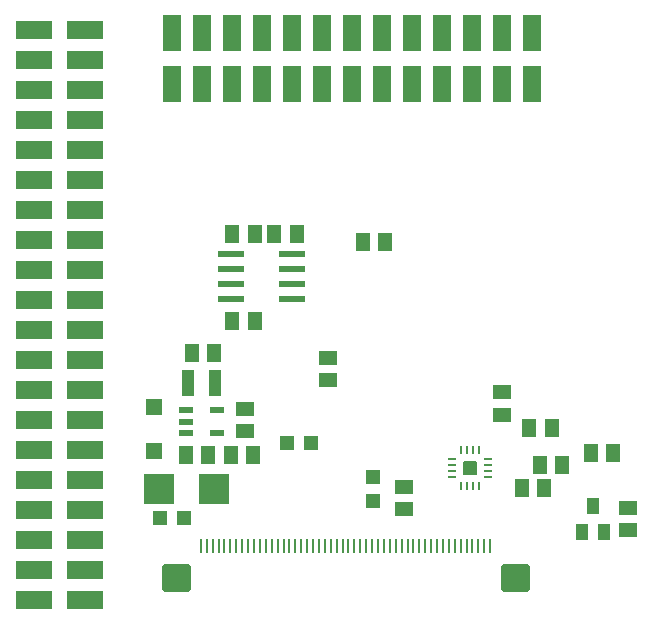
<source format=gbr>
G04 EAGLE Gerber RS-274X export*
G75*
%MOMM*%
%FSLAX34Y34*%
%LPD*%
%INSolderpaste Top*%
%IPPOS*%
%AMOC8*
5,1,8,0,0,1.08239X$1,22.5*%
G01*
%ADD10R,1.500000X1.300000*%
%ADD11R,1.300000X1.500000*%
%ADD12R,1.000000X1.400000*%
%ADD13R,0.800000X0.280000*%
%ADD14R,0.280000X0.800000*%
%ADD15R,1.524000X3.048000*%
%ADD16R,1.200000X0.550000*%
%ADD17R,1.016000X2.200000*%
%ADD18R,1.400000X1.400000*%
%ADD19R,2.540000X2.540000*%
%ADD20R,1.200000X1.300000*%
%ADD21R,0.275000X1.200000*%
%ADD22C,0.600000*%
%ADD23R,1.300000X1.200000*%
%ADD24R,3.048000X1.524000*%
%ADD25R,2.200000X0.600000*%

G36*
X395035Y393077D02*
X395035Y393077D01*
X395101Y393079D01*
X395144Y393097D01*
X395191Y393105D01*
X395248Y393139D01*
X395308Y393164D01*
X395343Y393195D01*
X395384Y393220D01*
X395426Y393271D01*
X395474Y393315D01*
X395496Y393357D01*
X395525Y393394D01*
X395546Y393456D01*
X395577Y393515D01*
X395585Y393569D01*
X395597Y393606D01*
X395596Y393646D01*
X395604Y393700D01*
X395604Y403860D01*
X395593Y403925D01*
X395591Y403991D01*
X395573Y404034D01*
X395565Y404081D01*
X395531Y404138D01*
X395506Y404198D01*
X395475Y404233D01*
X395450Y404274D01*
X395399Y404316D01*
X395355Y404364D01*
X395313Y404386D01*
X395276Y404415D01*
X395214Y404436D01*
X395155Y404467D01*
X395101Y404475D01*
X395064Y404487D01*
X395024Y404486D01*
X394970Y404494D01*
X384810Y404494D01*
X384745Y404483D01*
X384679Y404481D01*
X384636Y404463D01*
X384589Y404455D01*
X384532Y404421D01*
X384472Y404396D01*
X384437Y404365D01*
X384396Y404340D01*
X384355Y404289D01*
X384306Y404245D01*
X384284Y404203D01*
X384255Y404166D01*
X384234Y404104D01*
X384203Y404045D01*
X384195Y403991D01*
X384183Y403954D01*
X384183Y403943D01*
X384183Y403942D01*
X384184Y403912D01*
X384176Y403860D01*
X384176Y393700D01*
X384187Y393635D01*
X384189Y393569D01*
X384207Y393526D01*
X384215Y393479D01*
X384249Y393422D01*
X384274Y393362D01*
X384305Y393327D01*
X384330Y393286D01*
X384381Y393245D01*
X384425Y393196D01*
X384467Y393174D01*
X384504Y393145D01*
X384566Y393124D01*
X384625Y393093D01*
X384679Y393085D01*
X384716Y393073D01*
X384756Y393074D01*
X384810Y393066D01*
X394970Y393066D01*
X395035Y393077D01*
G37*
D10*
X416560Y443890D03*
X416560Y462890D03*
D11*
X492150Y411480D03*
X511150Y411480D03*
D12*
X494030Y366600D03*
X503530Y344600D03*
X484530Y344600D03*
D10*
X523240Y346100D03*
X523240Y365100D03*
D13*
X404890Y391280D03*
X404890Y396280D03*
X404890Y401280D03*
X404890Y406280D03*
D14*
X397390Y413780D03*
X392390Y413780D03*
X387390Y413780D03*
X382390Y413780D03*
D13*
X374890Y406280D03*
X374890Y401280D03*
X374890Y396280D03*
X374890Y391280D03*
D14*
X382390Y383780D03*
X387390Y383780D03*
X392390Y383780D03*
X397390Y383780D03*
D11*
X440080Y433070D03*
X459080Y433070D03*
D15*
X137160Y767080D03*
X137160Y723900D03*
X162560Y767080D03*
X162560Y723900D03*
X187960Y723900D03*
X187960Y767080D03*
X213360Y723900D03*
X213360Y767080D03*
X238760Y723900D03*
X238760Y767080D03*
X264160Y723900D03*
X264160Y767080D03*
X289560Y723900D03*
X289560Y767080D03*
X314960Y723900D03*
X314960Y767080D03*
X340360Y723900D03*
X340360Y767080D03*
X365760Y723900D03*
X365760Y767080D03*
X391160Y723900D03*
X391160Y767080D03*
X416560Y723900D03*
X416560Y767080D03*
X441960Y723900D03*
X441960Y767080D03*
D11*
X452730Y382270D03*
X433730Y382270D03*
D16*
X149559Y447650D03*
X149559Y438150D03*
X149559Y428650D03*
X175561Y428650D03*
X175561Y447650D03*
D11*
X173330Y496570D03*
X154330Y496570D03*
D17*
X173830Y471170D03*
X151290Y471170D03*
D18*
X121920Y413300D03*
X121920Y450300D03*
D11*
X206350Y410210D03*
X187350Y410210D03*
X168250Y410210D03*
X149250Y410210D03*
D10*
X199390Y429920D03*
X199390Y448920D03*
D19*
X126365Y381000D03*
X173355Y381000D03*
D20*
X127000Y356870D03*
X147320Y356870D03*
D21*
X161980Y333240D03*
X166980Y333240D03*
X171980Y333240D03*
X176980Y333240D03*
X181980Y333240D03*
X186980Y333240D03*
X191980Y333240D03*
X196980Y333240D03*
X201980Y333240D03*
X206980Y333240D03*
X211980Y333240D03*
X216980Y333240D03*
X221980Y333240D03*
X226980Y333240D03*
X231980Y333240D03*
X236980Y333240D03*
X241980Y333240D03*
X246980Y333240D03*
X251980Y333240D03*
X256980Y333240D03*
X261980Y333240D03*
X266980Y333240D03*
X271980Y333240D03*
X276980Y333240D03*
X281980Y333240D03*
X286980Y333240D03*
X291980Y333240D03*
X296980Y333240D03*
X301980Y333240D03*
X306980Y333240D03*
X311980Y333240D03*
X316980Y333240D03*
X321980Y333240D03*
X326980Y333240D03*
X331980Y333240D03*
X336980Y333240D03*
X341980Y333240D03*
X346980Y333240D03*
X351980Y333240D03*
X356980Y333240D03*
X361980Y333240D03*
X366980Y333240D03*
X371980Y333240D03*
X376980Y333240D03*
X381980Y333240D03*
X386980Y333240D03*
X391980Y333240D03*
X396980Y333240D03*
X401980Y333240D03*
X406980Y333240D03*
D22*
X149980Y297240D02*
X131980Y297240D01*
X131980Y315240D01*
X149980Y315240D01*
X149980Y297240D01*
X149980Y302940D02*
X131980Y302940D01*
X131980Y308640D02*
X149980Y308640D01*
X149980Y314340D02*
X131980Y314340D01*
X418980Y297240D02*
X436980Y297240D01*
X418980Y297240D02*
X418980Y315240D01*
X436980Y315240D01*
X436980Y297240D01*
X436980Y302940D02*
X418980Y302940D01*
X418980Y308640D02*
X436980Y308640D01*
X436980Y314340D02*
X418980Y314340D01*
D23*
X307340Y391160D03*
X307340Y370840D03*
D10*
X334010Y382880D03*
X334010Y363880D03*
X269240Y492100D03*
X269240Y473100D03*
D20*
X234950Y420370D03*
X255270Y420370D03*
D11*
X299110Y590550D03*
X318110Y590550D03*
X467970Y401320D03*
X448970Y401320D03*
D24*
X63500Y769620D03*
X20320Y769620D03*
X63500Y744220D03*
X20320Y744220D03*
X20320Y718820D03*
X63500Y718820D03*
X20320Y693420D03*
X63500Y693420D03*
X20320Y668020D03*
X63500Y668020D03*
X20320Y642620D03*
X63500Y642620D03*
X20320Y617220D03*
X63500Y617220D03*
X20320Y591820D03*
X63500Y591820D03*
X20320Y566420D03*
X63500Y566420D03*
X20320Y541020D03*
X63500Y541020D03*
X20320Y515620D03*
X63500Y515620D03*
X20320Y490220D03*
X63500Y490220D03*
X20320Y464820D03*
X63500Y464820D03*
X20320Y439420D03*
X63500Y439420D03*
X20320Y414020D03*
X63500Y414020D03*
X20320Y388620D03*
X63500Y388620D03*
X20320Y363220D03*
X63500Y363220D03*
X20320Y337820D03*
X63500Y337820D03*
X20320Y312420D03*
X63500Y312420D03*
X20320Y287020D03*
X63500Y287020D03*
D25*
X239360Y554990D03*
X187360Y554990D03*
X239360Y542290D03*
X239360Y567690D03*
X239360Y580390D03*
X187360Y542290D03*
X187360Y567690D03*
X187360Y580390D03*
D11*
X188620Y596900D03*
X207620Y596900D03*
X224180Y596900D03*
X243180Y596900D03*
X207620Y523240D03*
X188620Y523240D03*
M02*

</source>
